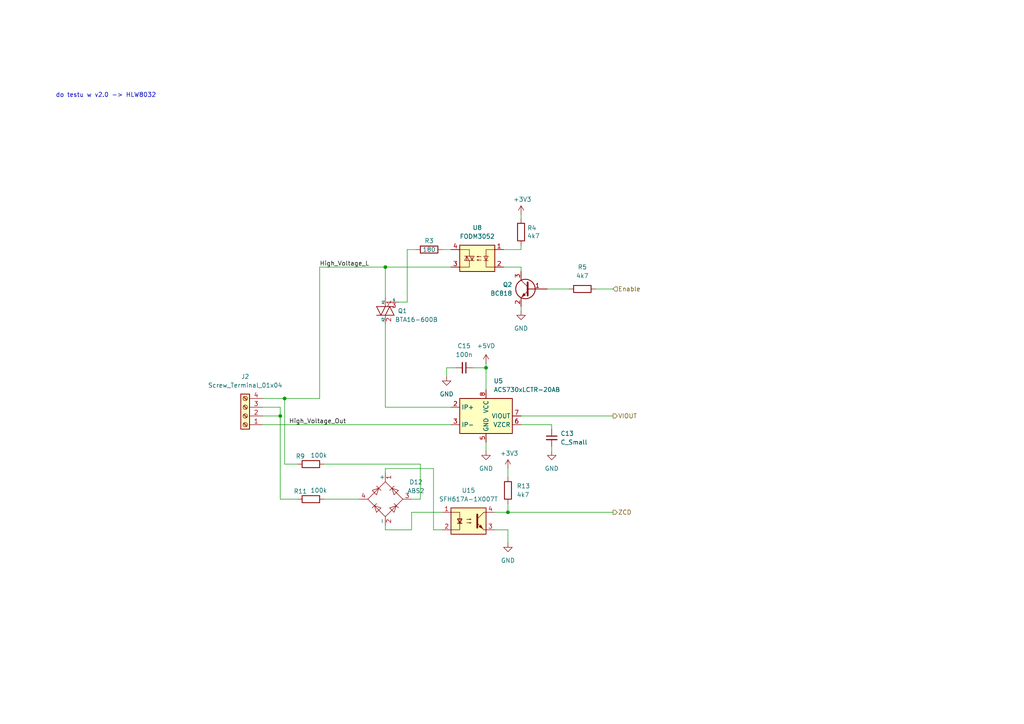
<source format=kicad_sch>
(kicad_sch (version 20231120) (generator "eeschema") (generator_version "8.0")
  (paper "A4")
  (lib_symbols
    (symbol "Connector:Screw_Terminal_01x04" (pin_names (offset 1.016) hide)
      (property "Reference" "J" (at 0 5.08 0))
      (property "Value" "Screw_Terminal_01x04" (at 0 -7.62 0))
      (symbol "Screw_Terminal_01x04_1_1"
        (rectangle (start -1.27 3.81) (end 1.27 -6.35) (stroke (width 0.254)) (fill (type background)))
        (circle (center 0 -5.08) (radius 0.635) (stroke (width 0.1524)))
        (circle (center 0 -2.54) (radius 0.635) (stroke (width 0.1524)))
        (polyline (pts (xy -0.5334 -4.7498) (xy 0.3302 -5.588)) (stroke (width 0.1524)))
        (polyline (pts (xy -0.5334 -2.2098) (xy 0.3302 -3.048)) (stroke (width 0.1524)))
        (polyline (pts (xy -0.5334 0.3302) (xy 0.3302 -0.508)) (stroke (width 0.1524)))
        (polyline (pts (xy -0.5334 2.8702) (xy 0.3302 2.032)) (stroke (width 0.1524)))
        (polyline (pts (xy -0.3556 -4.572) (xy 0.508 -5.4102)) (stroke (width 0.1524)))
        (polyline (pts (xy -0.3556 -2.032) (xy 0.508 -2.8702)) (stroke (width 0.1524)))
        (polyline (pts (xy -0.3556 0.508) (xy 0.508 -0.3302)) (stroke (width 0.1524)))
        (polyline (pts (xy -0.3556 3.048) (xy 0.508 2.2098)) (stroke (width 0.1524)))
        (circle (center 0 0) (radius 0.635) (stroke (width 0.1524)))
        (circle (center 0 2.54) (radius 0.635) (stroke (width 0.1524)))
        (pin passive line (at -5.08 2.54 0) (length 3.81) (name "Pin_1") (number "1"))
        (pin passive line (at -5.08 0 0) (length 3.81) (name "Pin_2") (number "2"))
        (pin passive line (at -5.08 -2.54 0) (length 3.81) (name "Pin_3") (number "3"))
        (pin passive line (at -5.08 -5.08 0) (length 3.81) (name "Pin_4") (number "4"))
      )
    )
    (symbol "Device:C_Small" (pin_numbers hide) (pin_names (offset 0.254) hide)
      (property "Reference" "C" (at 0.254 1.778 0))
      (property "Value" "C_Small" (at 0.254 -2.032 0))
      (symbol "C_Small_0_1"
        (polyline (pts (xy -1.524 -0.508) (xy 1.524 -0.508)) (stroke (width 0.3302)))
        (polyline (pts (xy -1.524 0.508) (xy 1.524 0.508)) (stroke (width 0.3048)))
      )
      (symbol "C_Small_1_1"
        (pin passive line (at 0 2.54 270) (length 2.032) (name "~") (number "1"))
        (pin passive line (at 0 -2.54 90) (length 2.032) (name "~") (number "2"))
      )
    )
    (symbol "Device:R" (pin_numbers hide) (pin_names (offset 0))
      (property "Reference" "R" (at 2.032 0 90))
      (property "Value" "R" (at 0 0 90))
      (symbol "R_0_1"
        (rectangle (start -1.016 -2.54) (end 1.016 2.54) (stroke (width 0.254)))
      )
      (symbol "R_1_1"
        (pin passive line (at 0 3.81 270) (length 1.27) (name "~") (number "1"))
        (pin passive line (at 0 -3.81 90) (length 1.27) (name "~") (number "2"))
      )
    )
    (symbol "Diode_Bridge:ABS2" (pin_names (offset 0))
      (property "Reference" "D" (at 2.54 6.985 0))
      (property "Value" "ABS2" (at 2.54 5.08 0))
      (symbol "ABS2_0_1"
        (polyline (pts (xy -2.54 3.81) (xy -1.27 2.54)))
        (polyline (pts (xy -1.27 -2.54) (xy -2.54 -3.81)))
        (polyline (pts (xy 2.54 -1.27) (xy 3.81 -2.54)))
        (polyline (pts (xy 2.54 1.27) (xy 3.81 2.54)))
        (polyline (pts (xy -3.81 2.54) (xy -2.54 1.27) (xy -1.905 3.175) (xy -3.81 2.54)))
        (polyline (pts (xy -2.54 -1.27) (xy -3.81 -2.54) (xy -1.905 -3.175) (xy -2.54 -1.27)))
        (polyline (pts (xy 1.27 2.54) (xy 2.54 3.81) (xy 3.175 1.905) (xy 1.27 2.54)))
        (polyline (pts (xy 3.175 -1.905) (xy 1.27 -2.54) (xy 2.54 -3.81) (xy 3.175 -1.905)))
        (polyline (pts (xy -5.08 0) (xy 0 -5.08) (xy 5.08 0) (xy 0 5.08) (xy -5.08 0)))
      )
      (symbol "ABS2_1_1"
        (pin passive line (at 7.62 0 180) (length 2.54) (name "+") (number "1"))
        (pin passive line (at -7.62 0 0) (length 2.54) (name "-") (number "2"))
        (pin passive line (at 0 -7.62 90) (length 2.54) (name "~") (number "3"))
        (pin passive line (at 0 7.62 270) (length 2.54) (name "~") (number "4"))
      )
    )
    (symbol "Isolator:SFH617A-1X007T" (pin_names (offset 1.016))
      (property "Reference" "U" (at -5.08 6.35 0))
      (property "Value" "SFH617A-1X007T" (at -5.08 -6.35 0))
      (symbol "SFH617A-1X007T_0_1"
        (rectangle (start -5.08 3.81) (end 5.08 -3.81) (stroke (width 0.254)) (fill (type background)))
        (polyline (pts (xy -3.175 -0.635) (xy -1.905 -0.635)) (stroke (width 0.254)))
        (polyline (pts (xy 2.54 0.635) (xy 4.445 2.54)))
        (polyline (pts (xy 4.445 -2.54) (xy 2.54 -0.635)) (fill (type outline)))
        (polyline (pts (xy 4.445 -2.54) (xy 5.08 -2.54)))
        (polyline (pts (xy 4.445 2.54) (xy 5.08 2.54)))
        (polyline (pts (xy -2.54 -0.635) (xy -2.54 -2.54) (xy -5.08 -2.54)))
        (polyline (pts (xy 2.54 1.905) (xy 2.54 -1.905) (xy 2.54 -1.905)) (stroke (width 0.508)))
        (polyline (pts (xy -5.08 2.54) (xy -2.54 2.54) (xy -2.54 -1.27) (xy -2.54 0.635)))
        (polyline (pts (xy -2.54 -0.635) (xy -3.175 0.635) (xy -1.905 0.635) (xy -2.54 -0.635)) (stroke (width 0.254)))
        (polyline (pts (xy -0.508 -0.508) (xy 0.762 -0.508) (xy 0.381 -0.635) (xy 0.381 -0.381) (xy 0.762 -0.508)))
        (polyline (pts (xy -0.508 0.508) (xy 0.762 0.508) (xy 0.381 0.381) (xy 0.381 0.635) (xy 0.762 0.508)))
        (polyline (pts (xy 3.048 -1.651) (xy 3.556 -1.143) (xy 4.064 -2.159) (xy 3.048 -1.651) (xy 3.048 -1.651)) (fill (type outline)))
      )
      (symbol "SFH617A-1X007T_1_1"
        (pin passive line (at -7.62 2.54 0) (length 2.54) (name "~") (number "1"))
        (pin passive line (at -7.62 -2.54 0) (length 2.54) (name "~") (number "2"))
        (pin passive line (at 7.62 -2.54 180) (length 2.54) (name "~") (number "3"))
        (pin passive line (at 7.62 2.54 180) (length 2.54) (name "~") (number "4"))
      )
    )
    (symbol "Relay_SolidState:FODM3052"
      (property "Reference" "U" (at -5.08 5.08 0))
      (property "Value" "FODM3052" (at 0 5.08 0))
      (symbol "FODM3052_0_1"
        (rectangle (start -5.08 3.81) (end 5.08 -3.81) (stroke (width 0.254)) (fill (type background)))
        (polyline (pts (xy -3.175 -0.635) (xy -1.905 -0.635)))
        (polyline (pts (xy 1.524 -0.635) (xy 1.524 0.635)))
        (polyline (pts (xy 3.048 0.635) (xy 3.048 -0.635)))
        (polyline (pts (xy 2.286 -0.635) (xy 2.286 -2.54) (xy 5.08 -2.54)))
        (polyline (pts (xy 2.286 0.635) (xy 2.286 2.54) (xy 5.08 2.54)))
        (polyline (pts (xy -5.08 2.54) (xy -2.54 2.54) (xy -2.54 -2.54) (xy -5.08 -2.54)))
        (polyline (pts (xy -2.54 -0.635) (xy -3.175 0.635) (xy -1.905 0.635) (xy -2.54 -0.635)))
        (polyline (pts (xy 0.889 -0.635) (xy 3.683 -0.635) (xy 3.048 0.635) (xy 2.413 -0.635)))
        (polyline (pts (xy 3.683 0.635) (xy 0.889 0.635) (xy 1.524 -0.635) (xy 2.159 0.635)))
        (polyline (pts (xy -1.143 -0.508) (xy 0.127 -0.508) (xy -0.254 -0.635) (xy -0.254 -0.381) (xy 0.127 -0.508)))
        (polyline (pts (xy -1.143 0.508) (xy 0.127 0.508) (xy -0.254 0.381) (xy -0.254 0.635) (xy 0.127 0.508)))
      )
      (symbol "FODM3052_1_1"
        (pin passive line (at -7.62 2.54 0) (length 2.54) (name "~") (number "1"))
        (pin passive line (at -7.62 -2.54 0) (length 2.54) (name "~") (number "2"))
        (pin passive line (at 7.62 -2.54 180) (length 2.54) (name "~") (number "3"))
        (pin passive line (at 7.62 2.54 180) (length 2.54) (name "~") (number "4"))
      )
    )
    (symbol "Sensor_Current:ACS730xLCTR-20AB"
      (property "Reference" "U" (at -7.62 6.35 0))
      (property "Value" "ACS730xLCTR-20AB" (at 1.27 6.35 0))
      (symbol "ACS730xLCTR-20AB_0_1"
        (rectangle (start -7.62 5.08) (end 7.62 -5.08) (stroke (width 0.254)) (fill (type background)))
      )
      (symbol "ACS730xLCTR-20AB_1_1"
        (pin passive line (at -10.16 2.54 0) (length 2.54) hide (name "IP+") (number "1"))
        (pin passive line (at -10.16 2.54 0) (length 2.54) (name "IP+") (number "2"))
        (pin passive line (at -10.16 -2.54 0) (length 2.54) (name "IP-") (number "3"))
        (pin passive line (at -10.16 -2.54 0) (length 2.54) hide (name "IP-") (number "4"))
        (pin power_in line (at 0 -7.62 90) (length 2.54) (name "GND") (number "5"))
        (pin passive line (at 10.16 -2.54 180) (length 2.54) (name "VZCR") (number "6"))
        (pin output line (at 10.16 0 180) (length 2.54) (name "VIOUT") (number "7"))
        (pin power_in line (at 0 7.62 270) (length 2.54) (name "VCC") (number "8"))
      )
    )
    (symbol "Transistor_BJT:BC818" (pin_names (offset 0) hide)
      (property "Reference" "Q" (at 5.08 1.905 0))
      (property "Value" "BC818" (at 5.08 0 0))
      (symbol "BC818_0_1"
        (polyline (pts (xy 0.635 0.635) (xy 2.54 2.54)))
        (polyline (pts (xy 0.635 -0.635) (xy 2.54 -2.54) (xy 2.54 -2.54)))
        (polyline (pts (xy 0.635 1.905) (xy 0.635 -1.905) (xy 0.635 -1.905)) (stroke (width 0.508)))
        (polyline (pts (xy 1.27 -1.778) (xy 1.778 -1.27) (xy 2.286 -2.286) (xy 1.27 -1.778) (xy 1.27 -1.778)) (fill (type outline)))
        (circle (center 1.27 0) (radius 2.8194) (stroke (width 0.254)))
      )
      (symbol "BC818_1_1"
        (pin input line (at -5.08 0 0) (length 5.715) (name "B") (number "1"))
        (pin passive line (at 2.54 -5.08 90) (length 2.54) (name "E") (number "2"))
        (pin passive line (at 2.54 5.08 270) (length 2.54) (name "C") (number "3"))
      )
    )
    (symbol "Triac_Thyristor:BTA16-600B" (pin_names (offset 0))
      (property "Reference" "Q" (at 5.08 1.905 0))
      (property "Value" "BTA16-600B" (at 5.08 0 0))
      (symbol "BTA16-600B_0_1"
        (polyline (pts (xy -2.54 -1.27) (xy 2.54 -1.27)) (stroke (width 0.2032)))
        (polyline (pts (xy -2.54 1.27) (xy 2.54 1.27)) (stroke (width 0.2032)))
        (polyline (pts (xy -1.27 -2.54) (xy -0.635 -1.27)))
        (polyline (pts (xy -2.54 1.27) (xy -1.27 -1.27) (xy 0 1.27)) (stroke (width 0.2032)))
        (polyline (pts (xy 0 -1.27) (xy 1.27 1.27) (xy 2.54 -1.27)) (stroke (width 0.2032)))
      )
      (symbol "BTA16-600B_1_1"
        (pin passive line (at 0 -3.81 90) (length 2.54) (name "A1") (number "1"))
        (pin passive line (at 0 3.81 270) (length 2.54) (name "A2") (number "2"))
        (pin input line (at -3.81 -2.54 0) (length 2.54) (name "G") (number "3"))
      )
    )
    (symbol "power:+3.3V" (power) (pin_names (offset 0))
      (property "Value" "+3.3V" (at 0 3.556 0))
      (symbol "+3.3V_0_1"
        (polyline (pts (xy -0.762 1.27) (xy 0 2.54)))
        (polyline (pts (xy 0 0) (xy 0 2.54)))
        (polyline (pts (xy 0 2.54) (xy 0.762 1.27)))
      )
      (symbol "+3.3V_1_1"
        (pin power_in line (at 0 0 90) (length 0) hide (name "+3.3V") (number "1"))
      )
    )
    (symbol "power:+5VD" (power) (pin_numbers hide) (pin_names (offset 0) hide)
      (property "Value" "+5VD" (at 0 3.556 0))
      (symbol "+5VD_0_1"
        (polyline (pts (xy -0.762 1.27) (xy 0 2.54)))
        (polyline (pts (xy 0 0) (xy 0 2.54)))
        (polyline (pts (xy 0 2.54) (xy 0.762 1.27)))
      )
      (symbol "+5VD_1_1"
        (pin power_in line (at 0 0 90) (length 0) (name "~") (number "1"))
      )
    )
    (symbol "power:GND" (power) (pin_names (offset 0))
      (property "Value" "GND" (at 0 -3.81 0))
      (symbol "GND_0_1"
        (polyline (pts (xy 0 0) (xy 0 -1.27) (xy 1.27 -1.27) (xy 0 -2.54) (xy -1.27 -1.27) (xy 0 -1.27)))
      )
      (symbol "GND_1_1"
        (pin power_in line (at 0 0 270) (length 0) hide (name "GND") (number "1"))
      )
    )
  )
  (junction (at 140.97 106.68))
  (junction (at 111.76 77.47))
  (junction (at 147.32 148.59))
  (junction (at 82.55 115.57))
  (junction (at 81.28 120.65))
  (wire (pts (xy 82.55 115.57) (xy 92.71 115.57)))
  (wire (pts (xy 151.13 123.19) (xy 160.02 123.19)))
  (wire (pts (xy 118.11 72.39) (xy 120.65 72.39)))
  (wire (pts (xy 115.57 87.63) (xy 118.11 87.63)))
  (wire (pts (xy 147.32 148.59) (xy 177.8 148.59)))
  (wire (pts (xy 111.76 135.89) (xy 125.73 135.89)))
  (wire (pts (xy 81.28 120.65) (xy 81.28 144.78)))
  (wire (pts (xy 76.2 118.11) (xy 81.28 118.11)))
  (wire (pts (xy 147.32 153.67) (xy 147.32 157.48)))
  (wire (pts (xy 76.2 120.65) (xy 81.28 120.65)))
  (wire (pts (xy 160.02 129.54) (xy 160.02 130.81)))
  (wire (pts (xy 151.13 88.9) (xy 151.13 90.17)))
  (wire (pts (xy 111.76 152.4) (xy 111.76 153.67)))
  (wire (pts (xy 160.02 123.19) (xy 160.02 124.46)))
  (wire (pts (xy 146.05 77.47) (xy 151.13 77.47)))
  (wire (pts (xy 121.92 134.62) (xy 121.92 144.78)))
  (wire (pts (xy 143.51 148.59) (xy 147.32 148.59)))
  (wire (pts (xy 111.76 93.98) (xy 111.76 118.11)))
  (wire (pts (xy 129.54 106.68) (xy 129.54 109.22)))
  (wire (pts (xy 92.71 77.47) (xy 111.76 77.47)))
  (wire (pts (xy 128.27 148.59) (xy 119.38 148.59)))
  (wire (pts (xy 172.72 83.82) (xy 177.8 83.82)))
  (wire (pts (xy 146.05 72.39) (xy 151.13 72.39)))
  (wire (pts (xy 140.97 105.41) (xy 140.97 106.68)))
  (wire (pts (xy 119.38 148.59) (xy 119.38 153.67)))
  (wire (pts (xy 82.55 115.57) (xy 82.55 134.62)))
  (wire (pts (xy 92.71 77.47) (xy 92.71 115.57)))
  (wire (pts (xy 81.28 118.11) (xy 81.28 120.65)))
  (wire (pts (xy 118.11 87.63) (xy 118.11 72.39)))
  (wire (pts (xy 111.76 77.47) (xy 111.76 86.36)))
  (wire (pts (xy 81.28 144.78) (xy 86.36 144.78)))
  (wire (pts (xy 111.76 137.16) (xy 111.76 135.89)))
  (wire (pts (xy 125.73 135.89) (xy 125.73 153.67)))
  (wire (pts (xy 143.51 153.67) (xy 147.32 153.67)))
  (wire (pts (xy 140.97 128.27) (xy 140.97 130.81)))
  (wire (pts (xy 151.13 71.12) (xy 151.13 72.39)))
  (wire (pts (xy 121.92 144.78) (xy 119.38 144.78)))
  (wire (pts (xy 137.16 106.68) (xy 140.97 106.68)))
  (wire (pts (xy 111.76 77.47) (xy 130.81 77.47)))
  (wire (pts (xy 151.13 77.47) (xy 151.13 78.74)))
  (wire (pts (xy 76.2 123.19) (xy 130.81 123.19)))
  (wire (pts (xy 93.98 134.62) (xy 121.92 134.62)))
  (wire (pts (xy 119.38 153.67) (xy 111.76 153.67)))
  (wire (pts (xy 151.13 63.5) (xy 151.13 62.23)))
  (wire (pts (xy 125.73 153.67) (xy 128.27 153.67)))
  (wire (pts (xy 93.98 144.78) (xy 104.14 144.78)))
  (wire (pts (xy 140.97 106.68) (xy 140.97 113.03)))
  (wire (pts (xy 129.54 106.68) (xy 132.08 106.68)))
  (wire (pts (xy 128.27 72.39) (xy 130.81 72.39)))
  (wire (pts (xy 147.32 135.89) (xy 147.32 138.43)))
  (wire (pts (xy 151.13 120.65) (xy 177.8 120.65)))
  (wire (pts (xy 130.81 118.11) (xy 111.76 118.11)))
  (wire (pts (xy 82.55 134.62) (xy 86.36 134.62)))
  (wire (pts (xy 158.75 83.82) (xy 165.1 83.82)))
  (wire (pts (xy 147.32 146.05) (xy 147.32 148.59)))
  (wire (pts (xy 76.2 115.57) (xy 82.55 115.57)))
  (text "do testu w v2.0 -> HLW8032" (at 30.734 27.686 0) (effects (font (size 1.27 1.27))))
  (label "High_Voltage_L" (at 92.71 77.47 0))
  (label "High_Voltage_Out" (at 83.82 123.19 0))
  (hierarchical_label "Enable" (shape input) (at 177.8 83.82 0))
  (hierarchical_label "VIOUT" (shape output) (at 177.8 120.65 0))
  (hierarchical_label "ZCD" (shape output) (at 177.8 148.59 0))
  (symbol (lib_id "Device:R") (at 90.17 144.78 90) (unit 1)
    (property "Reference" "R11" (at 87.122 142.494 90))
    (property "Value" "100k" (at 92.456 142.24 90))
    (property "Footprint" "Resistor_THT:R_Axial_DIN0207_L6.3mm_D2.5mm_P10.16mm_Horizontal" (effects (hide yes)))
    (instances (project "TempControllerMainBoard" (path "" (reference "R11") (unit 1)) (path "" (reference "R12") (unit 1))))
  )
  (symbol (lib_id "Transistor_BJT:BC818") (at 153.67 83.82 0) (mirror y) (unit 1)
    (property "Reference" "Q2" (at 148.59 82.55 0) (effects (justify left)))
    (property "Value" "BC818" (at 148.59 85.09 0) (effects (justify left)))
    (property "Footprint" "Package_TO_SOT_SMD:SOT-23" (effects (hide yes)))
    (property "Datasheet" "https://www.onsemi.com/pub/Collateral/BC818-D.pdf" (effects (hide yes)))
    (instances (project "TempControllerMainBoard" (path "" (reference "Q2") (unit 1)) (path "" (reference "Q4") (unit 1))))
  )
  (symbol (lib_id "Triac_Thyristor:BTA16-600B") (at 111.76 90.17 180) (unit 1)
    (property "Reference" "Q1" (at 118.11 90.17 0) (effects (justify left)))
    (property "Value" "BTA16-600B" (at 127 92.71 0) (effects (justify left)))
    (property "Footprint" "Package_TO_SOT_THT:TO-247-3_Horizontal_TabUp" (effects (hide yes)))
    (property "Datasheet" "https://www.st.com/resource/en/datasheet/bta16.pdf" (effects (hide yes)))
    (instances (project "TempControllerMainBoard" (path "" (reference "Q1") (unit 1)) (path "" (reference "Q3") (unit 1))))
  )
  (symbol (lib_id "Device:C_Small") (at 160.02 127 0) (unit 1)
    (property "Reference" "C13" (at 162.56 125.7362 0) (effects (justify left)))
    (property "Value" "C_Small" (at 162.56 128.2762 0) (effects (justify left)))
    (property "Footprint" "Capacitor_SMD:C_1206_3216Metric" (effects (hide yes)))
    (property "Description" "Unpolarized capacitor, small symbol" (effects (hide yes)))
    (instances (project "" (path "" (reference "C13") (unit 1)) (path "" (reference "C14") (unit 1))))
  )
  (symbol (lib_id "power:+3.3V") (at 147.32 135.89 0) (unit 1)
    (property "Reference" "#PWR048" (effects (hide yes)))
    (property "Value" "+3V3" (at 147.701 131.4958 0))
    (instances (project "TempControllerMainBoard" (path "" (reference "#PWR048") (unit 1)) (path "" (reference "#PWR049") (unit 1))))
  )
  (symbol (lib_id "Sensor_Current:ACS730xLCTR-20AB") (at 140.97 120.65 0) (unit 1)
    (property "Reference" "U5" (at 143.1641 110.49 0) (effects (justify left)))
    (property "Value" "ACS730xLCTR-20AB" (at 143.1641 113.03 0) (effects (justify left)))
    (property "Footprint" "Package_SO:SOIC-8_3.9x4.9mm_P1.27mm" (effects (hide yes)))
    (property "Datasheet" "http://www.allegromicro.com/~/media/Files/Datasheets/ACS730-Datasheet.ashx?la=en" (effects (hide yes)))
    (property "Description" "±20A Bidirectional Hall-Effect Current Sensor, +5.0V supply, 100mV/A, SOIC-8" (effects (hide yes)))
    (instances (project "" (path "" (reference "U5") (unit 1)) (path "" (reference "U6") (unit 1))))
  )
  (symbol (lib_id "Diode_Bridge:ABS2") (at 111.76 144.78 90) (unit 1)
    (property "Reference" "D12" (at 120.65 139.8268 90))
    (property "Value" "ABS2" (at 120.65 142.3668 90))
    (property "Footprint" "Diode_SMD:Diode_Bridge_Diotec_ABS" (effects (hide yes)))
    (property "Datasheet" "https://diotec.com/tl_files/diotec/files/pdf/datasheets/abs2.pdf" (effects (hide yes)))
    (property "Description" "Miniature Glass Passivated Single-Phase Surface Mount Bridge Rectifiers, 140V Vrms, 0.8A If, ABS SMD package" (effects (hide yes)))
    (instances (project "" (path "" (reference "D12") (unit 1)) (path "" (reference "D13") (unit 1))))
  )
  (symbol (lib_id "power:+3.3V") (at 151.13 62.23 0) (unit 1)
    (property "Reference" "#PWR025" (effects (hide yes)))
    (property "Value" "+3V3" (at 151.511 57.8358 0))
    (instances (project "TempControllerMainBoard" (path "" (reference "#PWR025") (unit 1)) (path "" (reference "#PWR027") (unit 1))))
  )
  (symbol (lib_id "Connector:Screw_Terminal_01x04") (at 71.12 120.65 180) (unit 1)
    (property "Reference" "J2" (at 71.12 109.22 0))
    (property "Value" "Screw_Terminal_01x04" (at 71.12 111.76 0))
    (property "Footprint" "TerminalBlock_Phoenix:TerminalBlock_Phoenix_MKDS-3-4-5.08_1x04_P5.08mm_Horizontal" (effects (hide yes)))
    (property "Description" "Generic screw terminal, single row, 01x04, script generated (kicad-library-utils/schlib/autogen/connector/)" (effects (hide yes)))
    (instances (project "" (path "" (reference "J2") (unit 1)) (path "" (reference "J3") (unit 1))))
  )
  (symbol (lib_id "power:GND") (at 151.13 90.17 0) (unit 1)
    (property "Reference" "#PWR024" (effects (hide yes)))
    (property "Value" "GND" (at 151.13 95.25 0))
    (instances (project "TempControllerMainBoard" (path "" (reference "#PWR024") (unit 1)) (path "" (reference "#PWR026") (unit 1))))
  )
  (symbol (lib_id "Device:R") (at 168.91 83.82 90) (unit 1)
    (property "Reference" "R5" (at 168.91 77.47 90))
    (property "Value" "4k7" (at 168.91 80.01 90))
    (property "Footprint" "Resistor_SMD:R_1206_3216Metric" (effects (hide yes)))
    (instances (project "TempControllerMainBoard" (path "" (reference "R5") (unit 1)) (path "" (reference "R8") (unit 1))))
  )
  (symbol (lib_id "power:+5VD") (at 140.97 105.41 0) (unit 1)
    (property "Reference" "#PWR028" (effects (hide yes)))
    (property "Value" "+5VD" (at 140.97 100.33 0))
    (property "Description" "Power symbol creates a global label with name \"+5VD\"" (effects (hide yes)))
    (instances (project "" (path "" (reference "#PWR028") (unit 1)) (path "" (reference "#PWR029") (unit 1))))
  )
  (symbol (lib_id "power:GND") (at 147.32 157.48 0) (unit 1)
    (property "Reference" "#PWR050" (effects (hide yes)))
    (property "Value" "GND" (at 147.32 162.56 0))
    (instances (project "TempControllerMainBoard" (path "" (reference "#PWR050") (unit 1)) (path "" (reference "#PWR051") (unit 1))))
  )
  (symbol (lib_id "power:GND") (at 140.97 130.81 0) (unit 1)
    (property "Reference" "#PWR042" (effects (hide yes)))
    (property "Value" "GND" (at 140.97 135.89 0))
    (instances (project "TempControllerMainBoard" (path "" (reference "#PWR042") (unit 1)) (path "" (reference "#PWR043") (unit 1))))
  )
  (symbol (lib_id "Device:R") (at 147.32 142.24 180) (unit 1)
    (property "Reference" "R13" (at 149.86 140.9699 0) (effects (justify right)))
    (property "Value" "4k7" (at 149.86 143.5099 0) (effects (justify right)))
    (property "Footprint" "Resistor_SMD:R_1206_3216Metric" (effects (hide yes)))
    (instances (project "TempControllerMainBoard" (path "" (reference "R13") (unit 1)) (path "" (reference "R14") (unit 1))))
  )
  (symbol (lib_id "Device:R") (at 151.13 67.31 180) (unit 1)
    (property "Reference" "R4" (at 152.908 66.1416 0) (effects (justify right)))
    (property "Value" "4k7" (at 152.908 68.453 0) (effects (justify right)))
    (property "Footprint" "Resistor_SMD:R_1206_3216Metric" (effects (hide yes)))
    (instances (project "TempControllerMainBoard" (path "" (reference "R4") (unit 1)) (path "" (reference "R7") (unit 1))))
  )
  (symbol (lib_id "Relay_SolidState:FODM3052") (at 138.43 74.93 0) (mirror y) (unit 1)
    (property "Reference" "U8" (at 138.43 66.04 0))
    (property "Value" "FODM3052" (at 138.43 68.58 0))
    (property "Footprint" "Package_DIP:SMDIP-4_W7.62mm" (effects (hide yes)))
    (property "Datasheet" "https://www.onsemi.com/pub/Collateral/FODM3053_NF098-D.PDF" (effects (hide yes)))
    (property "Description" "Full Pitch Mini-Flat Random Phase Opto-Triac, Vdrm 600V, Ift 10mA, MFP 4L" (effects (hide yes)))
    (instances (project "" (path "" (reference "U8") (unit 1)) (path "" (reference "U13") (unit 1))))
  )
  (symbol (lib_id "Device:R") (at 90.17 134.62 90) (unit 1)
    (property "Reference" "R9" (at 87.122 132.334 90))
    (property "Value" "100k" (at 92.456 132.08 90))
    (property "Footprint" "Resistor_THT:R_Axial_DIN0207_L6.3mm_D2.5mm_P10.16mm_Horizontal" (effects (hide yes)))
    (instances (project "TempControllerMainBoard" (path "" (reference "R9") (unit 1)) (path "" (reference "R10") (unit 1))))
  )
  (symbol (lib_id "power:GND") (at 160.02 130.81 0) (unit 1)
    (property "Reference" "#PWR044" (effects (hide yes)))
    (property "Value" "GND" (at 160.02 135.89 0))
    (instances (project "TempControllerMainBoard" (path "" (reference "#PWR044") (unit 1)) (path "" (reference "#PWR045") (unit 1))))
  )
  (symbol (lib_id "power:GND") (at 129.54 109.22 0) (unit 1)
    (property "Reference" "#PWR046" (effects (hide yes)))
    (property "Value" "GND" (at 129.54 114.3 0))
    (instances (project "TempControllerMainBoard" (path "" (reference "#PWR046") (unit 1)) (path "" (reference "#PWR047") (unit 1))))
  )
  (symbol (lib_id "Device:C_Small") (at 134.62 106.68 270) (unit 1)
    (property "Reference" "C15" (at 134.6136 100.33 90))
    (property "Value" "100n" (at 134.6136 102.87 90))
    (property "Footprint" "Capacitor_SMD:C_1206_3216Metric" (effects (hide yes)))
    (property "Description" "Unpolarized capacitor, small symbol" (effects (hide yes)))
    (instances (project "TempControllerMainBoard" (path "" (reference "C15") (unit 1)) (path "" (reference "C16") (unit 1))))
  )
  (symbol (lib_id "Device:R") (at 124.46 72.39 270) (unit 1)
    (property "Reference" "R3" (at 124.46 69.85 90))
    (property "Value" "180" (at 124.46 72.39 90))
    (property "Footprint" "Resistor_SMD:R_2010_5025Metric" (effects (hide yes)))
    (instances (project "TempControllerMainBoard" (path "" (reference "R3") (unit 1)) (path "" (reference "R6") (unit 1))))
  )
  (symbol (lib_id "Isolator:SFH617A-1X007T") (at 135.89 151.13 0) (unit 1)
    (property "Reference" "U15" (at 135.89 142.24 0))
    (property "Value" "SFH617A-1X007T" (at 135.89 144.78 0))
    (property "Footprint" "Package_DIP:SMDIP-4_W9.53mm_Clearance8mm" (effects (hide yes)))
    (property "Datasheet" "http://www.vishay.com/docs/83740/sfh617a.pdf" (effects (hide yes)))
    (property "Description" "Optocoupler, Phototransistor Output, 5300 VRMS, VCEO 70V, CTR% 40-80, -55 to +110 degree Celsius, UL, BSI, FIMKO, cUL, 8mm clearence SMD PDIP-4" (effects (hide yes)))
    (instances (project "" (path "" (reference "U15") (unit 1)) (path "" (reference "U16") (unit 1))))
  )
)
</source>
